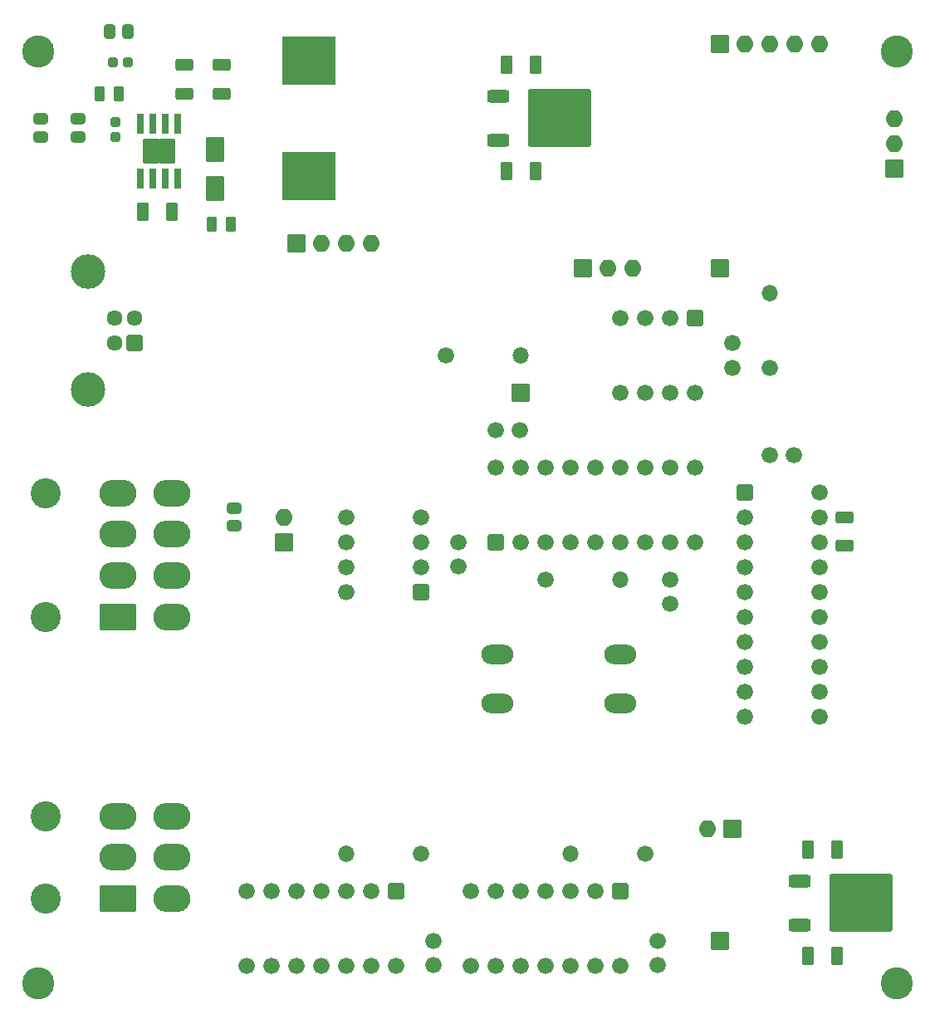
<source format=gbr>
%TF.GenerationSoftware,KiCad,Pcbnew,9.0.0*%
%TF.CreationDate,2025-10-01T16:31:20-04:00*%
%TF.ProjectId,can_gauge_interface,63616e5f-6761-4756-9765-5f696e746572,0.2*%
%TF.SameCoordinates,Original*%
%TF.FileFunction,Soldermask,Top*%
%TF.FilePolarity,Negative*%
%FSLAX46Y46*%
G04 Gerber Fmt 4.6, Leading zero omitted, Abs format (unit mm)*
G04 Created by KiCad (PCBNEW 9.0.0) date 2025-10-01 16:31:20*
%MOMM*%
%LPD*%
G01*
G04 APERTURE LIST*
G04 Aperture macros list*
%AMRoundRect*
0 Rectangle with rounded corners*
0 $1 Rounding radius*
0 $2 $3 $4 $5 $6 $7 $8 $9 X,Y pos of 4 corners*
0 Add a 4 corners polygon primitive as box body*
4,1,4,$2,$3,$4,$5,$6,$7,$8,$9,$2,$3,0*
0 Add four circle primitives for the rounded corners*
1,1,$1+$1,$2,$3*
1,1,$1+$1,$4,$5*
1,1,$1+$1,$6,$7*
1,1,$1+$1,$8,$9*
0 Add four rect primitives between the rounded corners*
20,1,$1+$1,$2,$3,$4,$5,0*
20,1,$1+$1,$4,$5,$6,$7,0*
20,1,$1+$1,$6,$7,$8,$9,0*
20,1,$1+$1,$8,$9,$2,$3,0*%
G04 Aperture macros list end*
%ADD10C,3.076000*%
%ADD11RoundRect,0.257038X1.630962X-1.130962X1.630962X1.130962X-1.630962X1.130962X-1.630962X-1.130962X0*%
%ADD12O,3.776000X2.776000*%
%ADD13RoundRect,0.102000X-0.704000X0.704000X-0.704000X-0.704000X0.704000X-0.704000X0.704000X0.704000X0*%
%ADD14C,1.612000*%
%ADD15C,3.520000*%
%ADD16RoundRect,0.038000X-0.850000X-0.850000X0.850000X-0.850000X0.850000X0.850000X-0.850000X0.850000X0*%
%ADD17RoundRect,0.266521X-0.346479X-0.671479X0.346479X-0.671479X0.346479X0.671479X-0.346479X0.671479X0*%
%ADD18RoundRect,0.269000X0.269000X0.494000X-0.269000X0.494000X-0.269000X-0.494000X0.269000X-0.494000X0*%
%ADD19RoundRect,0.038000X0.850000X-0.850000X0.850000X0.850000X-0.850000X0.850000X-0.850000X-0.850000X0*%
%ADD20O,1.776000X1.776000*%
%ADD21C,3.276000*%
%ADD22C,1.676000*%
%ADD23O,1.676000X1.676000*%
%ADD24RoundRect,0.265833X-0.872167X-0.372167X0.872167X-0.372167X0.872167X0.372167X-0.872167X0.372167X0*%
%ADD25RoundRect,0.253273X-2.984727X-2.684727X2.984727X-2.684727X2.984727X2.684727X-2.984727X2.684727X0*%
%ADD26RoundRect,0.244000X-0.269000X0.244000X-0.269000X-0.244000X0.269000X-0.244000X0.269000X0.244000X0*%
%ADD27RoundRect,0.268536X-0.281964X-0.469464X0.281964X-0.469464X0.281964X0.469464X-0.281964X0.469464X0*%
%ADD28RoundRect,0.038000X0.850000X0.850000X-0.850000X0.850000X-0.850000X-0.850000X0.850000X-0.850000X0*%
%ADD29RoundRect,0.244000X-0.244000X-0.269000X0.244000X-0.269000X0.244000X0.269000X-0.244000X0.269000X0*%
%ADD30RoundRect,0.038000X2.700000X-2.450000X2.700000X2.450000X-2.700000X2.450000X-2.700000X-2.450000X0*%
%ADD31RoundRect,0.268536X-0.469464X0.281964X-0.469464X-0.281964X0.469464X-0.281964X0.469464X0.281964X0*%
%ADD32RoundRect,0.038000X-0.850000X0.850000X-0.850000X-0.850000X0.850000X-0.850000X0.850000X0.850000X0*%
%ADD33O,3.276000X1.976000*%
%ADD34RoundRect,0.266521X-0.671479X0.346479X-0.671479X-0.346479X0.671479X-0.346479X0.671479X0.346479X0*%
%ADD35RoundRect,0.261875X-0.576125X0.576125X-0.576125X-0.576125X0.576125X-0.576125X0.576125X0.576125X0*%
%ADD36RoundRect,0.260556X0.677444X-1.027444X0.677444X1.027444X-0.677444X1.027444X-0.677444X-1.027444X0*%
%ADD37RoundRect,0.261875X0.576125X0.576125X-0.576125X0.576125X-0.576125X-0.576125X0.576125X-0.576125X0*%
%ADD38RoundRect,0.261875X-0.576125X-0.576125X0.576125X-0.576125X0.576125X0.576125X-0.576125X0.576125X0*%
%ADD39RoundRect,0.269000X-0.269000X-0.494000X0.269000X-0.494000X0.269000X0.494000X-0.269000X0.494000X0*%
%ADD40RoundRect,0.038000X-0.305000X0.955000X-0.305000X-0.955000X0.305000X-0.955000X0.305000X0.955000X0*%
%ADD41RoundRect,0.038000X-0.775000X0.602500X-0.775000X-0.602500X0.775000X-0.602500X0.775000X0.602500X0*%
%ADD42RoundRect,0.261875X0.576125X-0.576125X0.576125X0.576125X-0.576125X0.576125X-0.576125X-0.576125X0*%
%ADD43RoundRect,0.266521X0.671479X-0.346479X0.671479X0.346479X-0.671479X0.346479X-0.671479X-0.346479X0*%
%ADD44RoundRect,0.266521X0.346479X0.671479X-0.346479X0.671479X-0.346479X-0.671479X0.346479X-0.671479X0*%
G04 APERTURE END LIST*
D10*
%TO.C,J3*%
X55780000Y-193820000D03*
X55780000Y-185420000D03*
D11*
X63080000Y-193820000D03*
D12*
X63080000Y-189620000D03*
X63080000Y-185420000D03*
X68580000Y-193820000D03*
X68580000Y-189620000D03*
X68580000Y-185420000D03*
%TD*%
D10*
%TO.C,J2*%
X55780000Y-165100000D03*
X55780000Y-152500000D03*
D11*
X63080000Y-165100000D03*
D12*
X63080000Y-160900000D03*
X63080000Y-156700000D03*
X63080000Y-152500000D03*
X68580000Y-165100000D03*
X68580000Y-160900000D03*
X68580000Y-156700000D03*
X68580000Y-152500000D03*
%TD*%
D13*
%TO.C,J1*%
X64770000Y-137160000D03*
D14*
X64770000Y-134660000D03*
X62770000Y-134660000D03*
X62770000Y-137160000D03*
D15*
X60070000Y-129890000D03*
X60070000Y-141930000D03*
%TD*%
D16*
%TO.C,J7*%
X124460000Y-129540000D03*
%TD*%
D17*
%TO.C,C9*%
X102714000Y-119634000D03*
X105664000Y-119634000D03*
%TD*%
D18*
%TO.C,C7*%
X63180000Y-111760000D03*
X61280000Y-111760000D03*
%TD*%
D19*
%TO.C,J9*%
X81280000Y-127000000D03*
D20*
X83820000Y-127000000D03*
X86360000Y-127000000D03*
X88900000Y-127000000D03*
%TD*%
D21*
%TO.C,H1*%
X55000000Y-202500000D03*
%TD*%
D17*
%TO.C,C19*%
X133448000Y-199644000D03*
X136398000Y-199644000D03*
%TD*%
D22*
%TO.C,R10*%
X93980000Y-189230000D03*
D23*
X86360000Y-189230000D03*
%TD*%
D17*
%TO.C,C18*%
X133448000Y-188849000D03*
X136398000Y-188849000D03*
%TD*%
D24*
%TO.C,U6*%
X101854000Y-112014000D03*
D25*
X108154000Y-114294000D03*
D24*
X101854000Y-116574000D03*
%TD*%
D22*
%TO.C,C16*%
X95250000Y-198120000D03*
X95250000Y-200620000D03*
%TD*%
D21*
%TO.C,H2*%
X142500000Y-202500000D03*
%TD*%
D26*
%TO.C,C4*%
X62865000Y-114655000D03*
X62865000Y-116205000D03*
%TD*%
D27*
%TO.C,R1*%
X62310000Y-105410000D03*
X64135000Y-105410000D03*
%TD*%
D28*
%TO.C,JP2*%
X80010000Y-157480000D03*
D20*
X80010000Y-154940000D03*
%TD*%
D29*
%TO.C,C6*%
X62585000Y-108585000D03*
X64135000Y-108585000D03*
%TD*%
D30*
%TO.C,L1*%
X82550000Y-120200000D03*
X82550000Y-108400000D03*
%TD*%
D21*
%TO.C,H4*%
X55000000Y-107500000D03*
%TD*%
D31*
%TO.C,R2*%
X55245000Y-114380000D03*
X55245000Y-116205000D03*
%TD*%
D22*
%TO.C,R6*%
X106680000Y-161290000D03*
D23*
X114300000Y-161290000D03*
%TD*%
D32*
%TO.C,J8*%
X125730000Y-186690000D03*
D20*
X123190000Y-186690000D03*
%TD*%
D33*
%TO.C,SW1*%
X114300000Y-173910000D03*
X101800000Y-173910000D03*
X114300000Y-168910000D03*
X101800000Y-168910000D03*
%TD*%
D34*
%TO.C,C3*%
X69850000Y-108810000D03*
X69850000Y-111760000D03*
%TD*%
D16*
%TO.C,J6*%
X104140000Y-142240000D03*
%TD*%
D22*
%TO.C,R9*%
X129540000Y-139700000D03*
D23*
X129540000Y-132080000D03*
%TD*%
D28*
%TO.C,JP1*%
X142240000Y-119380000D03*
D20*
X142240000Y-116840000D03*
X142240000Y-114300000D03*
%TD*%
D35*
%TO.C,U8*%
X91440000Y-193040000D03*
D22*
X88900000Y-193040000D03*
X86360000Y-193040000D03*
X83820000Y-193040000D03*
X81280000Y-193040000D03*
X78740000Y-193040000D03*
X76200000Y-193040000D03*
X76200000Y-200660000D03*
X78740000Y-200660000D03*
X81280000Y-200660000D03*
X83820000Y-200660000D03*
X86360000Y-200660000D03*
X88900000Y-200660000D03*
X91440000Y-200660000D03*
%TD*%
D36*
%TO.C,D1*%
X73025000Y-121475000D03*
X73025000Y-117475000D03*
%TD*%
D31*
%TO.C,R3*%
X59055000Y-114380000D03*
X59055000Y-116205000D03*
%TD*%
D37*
%TO.C,U3*%
X93980000Y-162560000D03*
D22*
X93980000Y-160020000D03*
X93980000Y-157480000D03*
X93980000Y-154940000D03*
X86360000Y-154940000D03*
X86360000Y-157480000D03*
X86360000Y-160020000D03*
X86360000Y-162560000D03*
%TD*%
%TO.C,R7*%
X96520000Y-138430000D03*
D23*
X104140000Y-138430000D03*
%TD*%
D34*
%TO.C,C5*%
X73660000Y-108810000D03*
X73660000Y-111760000D03*
%TD*%
D19*
%TO.C,J4*%
X124460000Y-106680000D03*
D20*
X127000000Y-106680000D03*
X129540000Y-106680000D03*
X132080000Y-106680000D03*
X134620000Y-106680000D03*
%TD*%
D22*
%TO.C,C14*%
X97790000Y-159980000D03*
X97790000Y-157480000D03*
%TD*%
D19*
%TO.C,J5*%
X110490000Y-129540000D03*
D20*
X113030000Y-129540000D03*
X115570000Y-129540000D03*
%TD*%
D17*
%TO.C,C8*%
X102714000Y-108839000D03*
X105664000Y-108839000D03*
%TD*%
D16*
%TO.C,J10*%
X124460000Y-198120000D03*
%TD*%
D38*
%TO.C,U1*%
X127000000Y-152400000D03*
D22*
X127000000Y-154940000D03*
X127000000Y-157480000D03*
X127000000Y-160020000D03*
X127000000Y-162560000D03*
X127000000Y-165100000D03*
X127000000Y-167640000D03*
X127000000Y-170180000D03*
X127000000Y-172720000D03*
X127000000Y-175260000D03*
X134620000Y-175260000D03*
X134620000Y-172720000D03*
X134620000Y-170180000D03*
X134620000Y-167640000D03*
X134620000Y-165100000D03*
X134620000Y-162560000D03*
X134620000Y-160020000D03*
X134620000Y-157480000D03*
X134620000Y-154940000D03*
X134620000Y-152400000D03*
%TD*%
D39*
%TO.C,C2*%
X72710000Y-125095000D03*
X74610000Y-125095000D03*
%TD*%
D40*
%TO.C,U5*%
X69215000Y-114855000D03*
X67945000Y-114855000D03*
X66675000Y-114855000D03*
X65405000Y-114855000D03*
X65405000Y-120415000D03*
X66675000Y-120415000D03*
X67945000Y-120415000D03*
X69215000Y-120415000D03*
D41*
X68085000Y-117032500D03*
X66535000Y-117032500D03*
X68085000Y-118237500D03*
X66535000Y-118237500D03*
%TD*%
D22*
%TO.C,C12*%
X119380000Y-161290000D03*
X119380000Y-163790000D03*
%TD*%
%TO.C,C17*%
X118110000Y-198120000D03*
X118110000Y-200620000D03*
%TD*%
D31*
%TO.C,R8*%
X74930000Y-154027500D03*
X74930000Y-155852500D03*
%TD*%
D22*
%TO.C,C10*%
X129540000Y-148590000D03*
X132040000Y-148590000D03*
%TD*%
D21*
%TO.C,H3*%
X142500000Y-107500000D03*
%TD*%
D22*
%TO.C,C13*%
X101600000Y-146050000D03*
X104100000Y-146050000D03*
%TD*%
%TO.C,R11*%
X116840000Y-189230000D03*
D23*
X109220000Y-189230000D03*
%TD*%
D42*
%TO.C,U2*%
X101600000Y-157480000D03*
D22*
X104140000Y-157480000D03*
X106680000Y-157480000D03*
X109220000Y-157480000D03*
X111760000Y-157480000D03*
X114300000Y-157480000D03*
X116840000Y-157480000D03*
X119380000Y-157480000D03*
X121920000Y-157480000D03*
X121920000Y-149860000D03*
X119380000Y-149860000D03*
X116840000Y-149860000D03*
X114300000Y-149860000D03*
X111760000Y-149860000D03*
X109220000Y-149860000D03*
X106680000Y-149860000D03*
X104140000Y-149860000D03*
X101600000Y-149860000D03*
%TD*%
D43*
%TO.C,C11*%
X137160000Y-157890000D03*
X137160000Y-154940000D03*
%TD*%
D35*
%TO.C,U4*%
X121920000Y-134620000D03*
D22*
X119380000Y-134620000D03*
X116840000Y-134620000D03*
X114300000Y-134620000D03*
X114300000Y-142240000D03*
X116840000Y-142240000D03*
X119380000Y-142240000D03*
X121920000Y-142240000D03*
%TD*%
D24*
%TO.C,U7*%
X132588000Y-192024000D03*
D25*
X138888000Y-194304000D03*
D24*
X132588000Y-196584000D03*
%TD*%
D44*
%TO.C,C1*%
X68580000Y-123825000D03*
X65630000Y-123825000D03*
%TD*%
D22*
%TO.C,C15*%
X125730000Y-137200000D03*
X125730000Y-139700000D03*
%TD*%
D35*
%TO.C,U9*%
X114300000Y-193040000D03*
D22*
X111760000Y-193040000D03*
X109220000Y-193040000D03*
X106680000Y-193040000D03*
X104140000Y-193040000D03*
X101600000Y-193040000D03*
X99060000Y-193040000D03*
X99060000Y-200660000D03*
X101600000Y-200660000D03*
X104140000Y-200660000D03*
X106680000Y-200660000D03*
X109220000Y-200660000D03*
X111760000Y-200660000D03*
X114300000Y-200660000D03*
%TD*%
M02*

</source>
